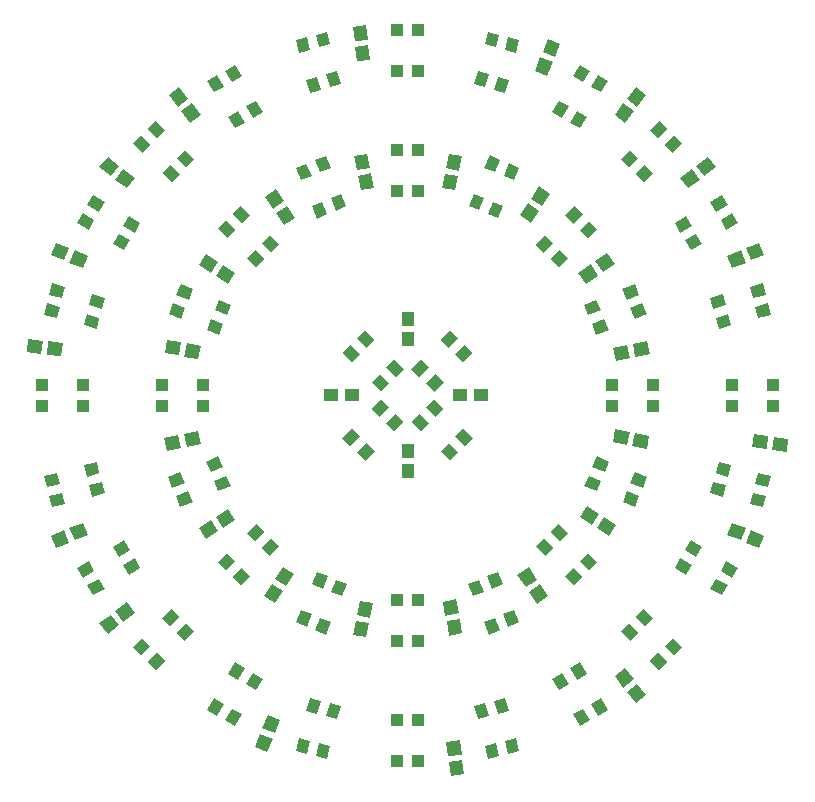
<source format=gts>
G75*
%MOIN*%
%OFA0B0*%
%FSLAX25Y25*%
%IPPOS*%
%LPD*%
%AMOC8*
5,1,8,0,0,1.08239X$1,22.5*
%
%ADD10R,0.03846X0.04437*%
%ADD11R,0.04437X0.03846*%
%ADD12R,0.04831X0.04437*%
%ADD13R,0.04437X0.04831*%
D10*
G36*
X0048539Y0043947D02*
X0045819Y0046667D01*
X0048955Y0049803D01*
X0051675Y0047083D01*
X0048539Y0043947D01*
G37*
G36*
X0043667Y0048819D02*
X0040947Y0051539D01*
X0044083Y0054675D01*
X0046803Y0051955D01*
X0043667Y0048819D01*
G37*
G36*
X0053411Y0058563D02*
X0050691Y0061283D01*
X0053827Y0064419D01*
X0056547Y0061699D01*
X0053411Y0058563D01*
G37*
G36*
X0058283Y0053691D02*
X0055563Y0056411D01*
X0058699Y0059547D01*
X0061419Y0056827D01*
X0058283Y0053691D01*
G37*
G36*
X0076018Y0040714D02*
X0072688Y0042637D01*
X0074906Y0046478D01*
X0078236Y0044555D01*
X0076018Y0040714D01*
G37*
G36*
X0081984Y0037269D02*
X0078654Y0039192D01*
X0080872Y0043033D01*
X0084202Y0041110D01*
X0081984Y0037269D01*
G37*
G36*
X0075094Y0025336D02*
X0071764Y0027259D01*
X0073982Y0031100D01*
X0077312Y0029177D01*
X0075094Y0025336D01*
G37*
G36*
X0069128Y0028781D02*
X0065798Y0030704D01*
X0068016Y0034545D01*
X0071346Y0032622D01*
X0069128Y0028781D01*
G37*
G36*
X0098908Y0016016D02*
X0095194Y0017012D01*
X0096342Y0021296D01*
X0100056Y0020300D01*
X0098908Y0016016D01*
G37*
G36*
X0105563Y0014232D02*
X0101849Y0015228D01*
X0102997Y0019512D01*
X0106711Y0018516D01*
X0105563Y0014232D01*
G37*
G36*
X0109130Y0027542D02*
X0105416Y0028538D01*
X0106564Y0032822D01*
X0110278Y0031826D01*
X0109130Y0027542D01*
G37*
G36*
X0102475Y0029326D02*
X0098761Y0030322D01*
X0099909Y0034606D01*
X0103623Y0033610D01*
X0102475Y0029326D01*
G37*
X0129055Y0027390D03*
X0135945Y0027390D03*
X0135945Y0013610D03*
X0129055Y0013610D03*
G36*
X0159584Y0028538D02*
X0155870Y0027542D01*
X0154722Y0031826D01*
X0158436Y0032822D01*
X0159584Y0028538D01*
G37*
G36*
X0166239Y0030322D02*
X0162525Y0029326D01*
X0161377Y0033610D01*
X0165091Y0034606D01*
X0166239Y0030322D01*
G37*
G36*
X0169806Y0017012D02*
X0166092Y0016016D01*
X0164944Y0020300D01*
X0168658Y0021296D01*
X0169806Y0017012D01*
G37*
G36*
X0163151Y0015228D02*
X0159437Y0014232D01*
X0158289Y0018516D01*
X0162003Y0019512D01*
X0163151Y0015228D01*
G37*
G36*
X0186346Y0039192D02*
X0183016Y0037269D01*
X0180798Y0041110D01*
X0184128Y0043033D01*
X0186346Y0039192D01*
G37*
G36*
X0192312Y0042637D02*
X0188982Y0040714D01*
X0186764Y0044555D01*
X0190094Y0046478D01*
X0192312Y0042637D01*
G37*
G36*
X0199202Y0030704D02*
X0195872Y0028781D01*
X0193654Y0032622D01*
X0196984Y0034545D01*
X0199202Y0030704D01*
G37*
G36*
X0193236Y0027259D02*
X0189906Y0025336D01*
X0187688Y0029177D01*
X0191018Y0031100D01*
X0193236Y0027259D01*
G37*
G36*
X0219181Y0046667D02*
X0216461Y0043947D01*
X0213325Y0047083D01*
X0216045Y0049803D01*
X0219181Y0046667D01*
G37*
G36*
X0224053Y0051539D02*
X0221333Y0048819D01*
X0218197Y0051955D01*
X0220917Y0054675D01*
X0224053Y0051539D01*
G37*
G36*
X0214309Y0061283D02*
X0211589Y0058563D01*
X0208453Y0061699D01*
X0211173Y0064419D01*
X0214309Y0061283D01*
G37*
G36*
X0209437Y0056411D02*
X0206717Y0053691D01*
X0203581Y0056827D01*
X0206301Y0059547D01*
X0209437Y0056411D01*
G37*
G36*
X0190864Y0074984D02*
X0188144Y0072264D01*
X0185008Y0075400D01*
X0187728Y0078120D01*
X0190864Y0074984D01*
G37*
G36*
X0195736Y0079856D02*
X0193016Y0077136D01*
X0189880Y0080272D01*
X0192600Y0082992D01*
X0195736Y0079856D01*
G37*
G36*
X0185992Y0089600D02*
X0183272Y0086880D01*
X0180136Y0090016D01*
X0182856Y0092736D01*
X0185992Y0089600D01*
G37*
G36*
X0181120Y0084728D02*
X0178400Y0082008D01*
X0175264Y0085144D01*
X0177984Y0087864D01*
X0181120Y0084728D01*
G37*
G36*
X0164371Y0072571D02*
X0160819Y0071099D01*
X0159121Y0075197D01*
X0162673Y0076669D01*
X0164371Y0072571D01*
G37*
G36*
X0158006Y0069934D02*
X0154454Y0068462D01*
X0152756Y0072560D01*
X0156308Y0074032D01*
X0158006Y0069934D01*
G37*
G36*
X0163279Y0057203D02*
X0159727Y0055731D01*
X0158029Y0059829D01*
X0161581Y0061301D01*
X0163279Y0057203D01*
G37*
G36*
X0169644Y0059840D02*
X0166092Y0058368D01*
X0164394Y0062466D01*
X0167946Y0063938D01*
X0169644Y0059840D01*
G37*
X0135945Y0053610D03*
X0129055Y0053610D03*
X0129055Y0067390D03*
X0135945Y0067390D03*
G36*
X0110546Y0068462D02*
X0106994Y0069934D01*
X0108692Y0074032D01*
X0112244Y0072560D01*
X0110546Y0068462D01*
G37*
G36*
X0104181Y0071099D02*
X0100629Y0072571D01*
X0102327Y0076669D01*
X0105879Y0075197D01*
X0104181Y0071099D01*
G37*
G36*
X0098908Y0058368D02*
X0095356Y0059840D01*
X0097054Y0063938D01*
X0100606Y0062466D01*
X0098908Y0058368D01*
G37*
G36*
X0105273Y0055731D02*
X0101721Y0057203D01*
X0103419Y0061301D01*
X0106971Y0059829D01*
X0105273Y0055731D01*
G37*
G36*
X0076856Y0072264D02*
X0074136Y0074984D01*
X0077272Y0078120D01*
X0079992Y0075400D01*
X0076856Y0072264D01*
G37*
G36*
X0071984Y0077136D02*
X0069264Y0079856D01*
X0072400Y0082992D01*
X0075120Y0080272D01*
X0071984Y0077136D01*
G37*
G36*
X0081728Y0086880D02*
X0079008Y0089600D01*
X0082144Y0092736D01*
X0084864Y0090016D01*
X0081728Y0086880D01*
G37*
G36*
X0086600Y0082008D02*
X0083880Y0084728D01*
X0087016Y0087864D01*
X0089736Y0085144D01*
X0086600Y0082008D01*
G37*
G36*
X0069471Y0103529D02*
X0067999Y0107081D01*
X0072097Y0108779D01*
X0073569Y0105227D01*
X0069471Y0103529D01*
G37*
G36*
X0066834Y0109894D02*
X0065362Y0113446D01*
X0069460Y0115144D01*
X0070932Y0111592D01*
X0066834Y0109894D01*
G37*
G36*
X0056740Y0098256D02*
X0055268Y0101808D01*
X0059366Y0103506D01*
X0060838Y0099954D01*
X0056740Y0098256D01*
G37*
G36*
X0054103Y0104621D02*
X0052631Y0108173D01*
X0056729Y0109871D01*
X0058201Y0106319D01*
X0054103Y0104621D01*
G37*
G36*
X0036192Y0081654D02*
X0034269Y0084984D01*
X0038110Y0087202D01*
X0040033Y0083872D01*
X0036192Y0081654D01*
G37*
G36*
X0039637Y0075688D02*
X0037714Y0079018D01*
X0041555Y0081236D01*
X0043478Y0077906D01*
X0039637Y0075688D01*
G37*
G36*
X0027704Y0068798D02*
X0025781Y0072128D01*
X0029622Y0074346D01*
X0031545Y0071016D01*
X0027704Y0068798D01*
G37*
G36*
X0024259Y0074764D02*
X0022336Y0078094D01*
X0026177Y0080312D01*
X0028100Y0076982D01*
X0024259Y0074764D01*
G37*
G36*
X0014012Y0098194D02*
X0013016Y0101908D01*
X0017300Y0103056D01*
X0018296Y0099342D01*
X0014012Y0098194D01*
G37*
G36*
X0012228Y0104849D02*
X0011232Y0108563D01*
X0015516Y0109711D01*
X0016512Y0105997D01*
X0012228Y0104849D01*
G37*
G36*
X0025538Y0108416D02*
X0024542Y0112130D01*
X0028826Y0113278D01*
X0029822Y0109564D01*
X0025538Y0108416D01*
G37*
G36*
X0027322Y0101761D02*
X0026326Y0105475D01*
X0030610Y0106623D01*
X0031606Y0102909D01*
X0027322Y0101761D01*
G37*
G36*
X0065562Y0157454D02*
X0067034Y0161006D01*
X0071132Y0159308D01*
X0069660Y0155756D01*
X0065562Y0157454D01*
G37*
G36*
X0068199Y0163819D02*
X0069671Y0167371D01*
X0073769Y0165673D01*
X0072297Y0162121D01*
X0068199Y0163819D01*
G37*
G36*
X0055468Y0169092D02*
X0056940Y0172644D01*
X0061038Y0170946D01*
X0059566Y0167394D01*
X0055468Y0169092D01*
G37*
G36*
X0052831Y0162727D02*
X0054303Y0166279D01*
X0058401Y0164581D01*
X0056929Y0161029D01*
X0052831Y0162727D01*
G37*
G36*
X0026326Y0165525D02*
X0027322Y0169239D01*
X0031606Y0168091D01*
X0030610Y0164377D01*
X0026326Y0165525D01*
G37*
G36*
X0024542Y0158870D02*
X0025538Y0162584D01*
X0029822Y0161436D01*
X0028826Y0157722D01*
X0024542Y0158870D01*
G37*
G36*
X0011232Y0162437D02*
X0012228Y0166151D01*
X0016512Y0165003D01*
X0015516Y0161289D01*
X0011232Y0162437D01*
G37*
G36*
X0013016Y0169092D02*
X0014012Y0172806D01*
X0018296Y0171658D01*
X0017300Y0167944D01*
X0013016Y0169092D01*
G37*
G36*
X0022336Y0192906D02*
X0024259Y0196236D01*
X0028100Y0194018D01*
X0026177Y0190688D01*
X0022336Y0192906D01*
G37*
G36*
X0025781Y0198872D02*
X0027704Y0202202D01*
X0031545Y0199984D01*
X0029622Y0196654D01*
X0025781Y0198872D01*
G37*
G36*
X0034269Y0186016D02*
X0036192Y0189346D01*
X0040033Y0187128D01*
X0038110Y0183798D01*
X0034269Y0186016D01*
G37*
G36*
X0037714Y0191982D02*
X0039637Y0195312D01*
X0043478Y0193094D01*
X0041555Y0189764D01*
X0037714Y0191982D01*
G37*
G36*
X0050691Y0209717D02*
X0053411Y0212437D01*
X0056547Y0209301D01*
X0053827Y0206581D01*
X0050691Y0209717D01*
G37*
G36*
X0055563Y0214589D02*
X0058283Y0217309D01*
X0061419Y0214173D01*
X0058699Y0211453D01*
X0055563Y0214589D01*
G37*
G36*
X0045819Y0224333D02*
X0048539Y0227053D01*
X0051675Y0223917D01*
X0048955Y0221197D01*
X0045819Y0224333D01*
G37*
G36*
X0040947Y0219461D02*
X0043667Y0222181D01*
X0046803Y0219045D01*
X0044083Y0216325D01*
X0040947Y0219461D01*
G37*
G36*
X0065798Y0240296D02*
X0069128Y0242219D01*
X0071346Y0238378D01*
X0068016Y0236455D01*
X0065798Y0240296D01*
G37*
G36*
X0071764Y0243741D02*
X0075094Y0245664D01*
X0077312Y0241823D01*
X0073982Y0239900D01*
X0071764Y0243741D01*
G37*
G36*
X0078654Y0231808D02*
X0081984Y0233731D01*
X0084202Y0229890D01*
X0080872Y0227967D01*
X0078654Y0231808D01*
G37*
G36*
X0072688Y0228363D02*
X0076018Y0230286D01*
X0078236Y0226445D01*
X0074906Y0224522D01*
X0072688Y0228363D01*
G37*
G36*
X0095256Y0211260D02*
X0098808Y0212732D01*
X0100506Y0208634D01*
X0096954Y0207162D01*
X0095256Y0211260D01*
G37*
G36*
X0101621Y0213897D02*
X0105173Y0215369D01*
X0106871Y0211271D01*
X0103319Y0209799D01*
X0101621Y0213897D01*
G37*
G36*
X0106894Y0201166D02*
X0110446Y0202638D01*
X0112144Y0198540D01*
X0108592Y0197068D01*
X0106894Y0201166D01*
G37*
G36*
X0100529Y0198529D02*
X0104081Y0200001D01*
X0105779Y0195903D01*
X0102227Y0194431D01*
X0100529Y0198529D01*
G37*
G36*
X0083880Y0186272D02*
X0086600Y0188992D01*
X0089736Y0185856D01*
X0087016Y0183136D01*
X0083880Y0186272D01*
G37*
G36*
X0079008Y0181400D02*
X0081728Y0184120D01*
X0084864Y0180984D01*
X0082144Y0178264D01*
X0079008Y0181400D01*
G37*
G36*
X0069264Y0191144D02*
X0071984Y0193864D01*
X0075120Y0190728D01*
X0072400Y0188008D01*
X0069264Y0191144D01*
G37*
G36*
X0074136Y0196016D02*
X0076856Y0198736D01*
X0079992Y0195600D01*
X0077272Y0192880D01*
X0074136Y0196016D01*
G37*
G36*
X0098761Y0240678D02*
X0102475Y0241674D01*
X0103623Y0237390D01*
X0099909Y0236394D01*
X0098761Y0240678D01*
G37*
G36*
X0105416Y0242462D02*
X0109130Y0243458D01*
X0110278Y0239174D01*
X0106564Y0238178D01*
X0105416Y0242462D01*
G37*
G36*
X0095194Y0253988D02*
X0098908Y0254984D01*
X0100056Y0250700D01*
X0096342Y0249704D01*
X0095194Y0253988D01*
G37*
G36*
X0101849Y0255772D02*
X0105563Y0256768D01*
X0106711Y0252484D01*
X0102997Y0251488D01*
X0101849Y0255772D01*
G37*
X0129055Y0257390D03*
X0135945Y0257390D03*
X0135945Y0243610D03*
X0129055Y0243610D03*
X0129055Y0217390D03*
X0135945Y0217390D03*
X0135945Y0203610D03*
X0129055Y0203610D03*
G36*
X0154554Y0202738D02*
X0158106Y0201266D01*
X0156408Y0197168D01*
X0152856Y0198640D01*
X0154554Y0202738D01*
G37*
G36*
X0160919Y0200101D02*
X0164471Y0198629D01*
X0162773Y0194531D01*
X0159221Y0196003D01*
X0160919Y0200101D01*
G37*
G36*
X0166192Y0212832D02*
X0169744Y0211360D01*
X0168046Y0207262D01*
X0164494Y0208734D01*
X0166192Y0212832D01*
G37*
G36*
X0159827Y0215469D02*
X0163379Y0213997D01*
X0161681Y0209899D01*
X0158129Y0211371D01*
X0159827Y0215469D01*
G37*
G36*
X0162525Y0241674D02*
X0166239Y0240678D01*
X0165091Y0236394D01*
X0161377Y0237390D01*
X0162525Y0241674D01*
G37*
G36*
X0155870Y0243458D02*
X0159584Y0242462D01*
X0158436Y0238178D01*
X0154722Y0239174D01*
X0155870Y0243458D01*
G37*
G36*
X0159437Y0256768D02*
X0163151Y0255772D01*
X0162003Y0251488D01*
X0158289Y0252484D01*
X0159437Y0256768D01*
G37*
G36*
X0166092Y0254984D02*
X0169806Y0253988D01*
X0168658Y0249704D01*
X0164944Y0250700D01*
X0166092Y0254984D01*
G37*
G36*
X0189906Y0245664D02*
X0193236Y0243741D01*
X0191018Y0239900D01*
X0187688Y0241823D01*
X0189906Y0245664D01*
G37*
G36*
X0195872Y0242219D02*
X0199202Y0240296D01*
X0196984Y0236455D01*
X0193654Y0238378D01*
X0195872Y0242219D01*
G37*
G36*
X0183016Y0233731D02*
X0186346Y0231808D01*
X0184128Y0227967D01*
X0180798Y0229890D01*
X0183016Y0233731D01*
G37*
G36*
X0188982Y0230286D02*
X0192312Y0228363D01*
X0190094Y0224522D01*
X0186764Y0226445D01*
X0188982Y0230286D01*
G37*
G36*
X0206717Y0217309D02*
X0209437Y0214589D01*
X0206301Y0211453D01*
X0203581Y0214173D01*
X0206717Y0217309D01*
G37*
G36*
X0211589Y0212437D02*
X0214309Y0209717D01*
X0211173Y0206581D01*
X0208453Y0209301D01*
X0211589Y0212437D01*
G37*
G36*
X0221333Y0222181D02*
X0224053Y0219461D01*
X0220917Y0216325D01*
X0218197Y0219045D01*
X0221333Y0222181D01*
G37*
G36*
X0216461Y0227053D02*
X0219181Y0224333D01*
X0216045Y0221197D01*
X0213325Y0223917D01*
X0216461Y0227053D01*
G37*
G36*
X0237296Y0202202D02*
X0239219Y0198872D01*
X0235378Y0196654D01*
X0233455Y0199984D01*
X0237296Y0202202D01*
G37*
G36*
X0240741Y0196236D02*
X0242664Y0192906D01*
X0238823Y0190688D01*
X0236900Y0194018D01*
X0240741Y0196236D01*
G37*
G36*
X0228808Y0189346D02*
X0230731Y0186016D01*
X0226890Y0183798D01*
X0224967Y0187128D01*
X0228808Y0189346D01*
G37*
G36*
X0225363Y0195312D02*
X0227286Y0191982D01*
X0223445Y0189764D01*
X0221522Y0193094D01*
X0225363Y0195312D01*
G37*
G36*
X0208160Y0172644D02*
X0209632Y0169092D01*
X0205534Y0167394D01*
X0204062Y0170946D01*
X0208160Y0172644D01*
G37*
G36*
X0210797Y0166279D02*
X0212269Y0162727D01*
X0208171Y0161029D01*
X0206699Y0164581D01*
X0210797Y0166279D01*
G37*
G36*
X0198066Y0161006D02*
X0199538Y0157454D01*
X0195440Y0155756D01*
X0193968Y0159308D01*
X0198066Y0161006D01*
G37*
G36*
X0195429Y0167371D02*
X0196901Y0163819D01*
X0192803Y0162121D01*
X0191331Y0165673D01*
X0195429Y0167371D01*
G37*
G36*
X0183272Y0184020D02*
X0185992Y0181300D01*
X0182856Y0178164D01*
X0180136Y0180884D01*
X0183272Y0184020D01*
G37*
G36*
X0178400Y0188892D02*
X0181120Y0186172D01*
X0177984Y0183036D01*
X0175264Y0185756D01*
X0178400Y0188892D01*
G37*
G36*
X0188144Y0198636D02*
X0190864Y0195916D01*
X0187728Y0192780D01*
X0185008Y0195500D01*
X0188144Y0198636D01*
G37*
G36*
X0193016Y0193764D02*
X0195736Y0191044D01*
X0192600Y0187908D01*
X0189880Y0190628D01*
X0193016Y0193764D01*
G37*
G36*
X0237678Y0169239D02*
X0238674Y0165525D01*
X0234390Y0164377D01*
X0233394Y0168091D01*
X0237678Y0169239D01*
G37*
G36*
X0239462Y0162584D02*
X0240458Y0158870D01*
X0236174Y0157722D01*
X0235178Y0161436D01*
X0239462Y0162584D01*
G37*
G36*
X0250988Y0172806D02*
X0251984Y0169092D01*
X0247700Y0167944D01*
X0246704Y0171658D01*
X0250988Y0172806D01*
G37*
G36*
X0252772Y0166151D02*
X0253768Y0162437D01*
X0249484Y0161289D01*
X0248488Y0165003D01*
X0252772Y0166151D01*
G37*
G36*
X0240458Y0112130D02*
X0239462Y0108416D01*
X0235178Y0109564D01*
X0236174Y0113278D01*
X0240458Y0112130D01*
G37*
G36*
X0238674Y0105475D02*
X0237678Y0101761D01*
X0233394Y0102909D01*
X0234390Y0106623D01*
X0238674Y0105475D01*
G37*
G36*
X0251984Y0101908D02*
X0250988Y0098194D01*
X0246704Y0099342D01*
X0247700Y0103056D01*
X0251984Y0101908D01*
G37*
G36*
X0253768Y0108563D02*
X0252772Y0104849D01*
X0248488Y0105997D01*
X0249484Y0109711D01*
X0253768Y0108563D01*
G37*
G36*
X0230731Y0084984D02*
X0228808Y0081654D01*
X0224967Y0083872D01*
X0226890Y0087202D01*
X0230731Y0084984D01*
G37*
G36*
X0227286Y0079018D02*
X0225363Y0075688D01*
X0221522Y0077906D01*
X0223445Y0081236D01*
X0227286Y0079018D01*
G37*
G36*
X0239219Y0072128D02*
X0237296Y0068798D01*
X0233455Y0071016D01*
X0235378Y0074346D01*
X0239219Y0072128D01*
G37*
G36*
X0242664Y0078094D02*
X0240741Y0074764D01*
X0236900Y0076982D01*
X0238823Y0080312D01*
X0242664Y0078094D01*
G37*
G36*
X0212369Y0108173D02*
X0210897Y0104621D01*
X0206799Y0106319D01*
X0208271Y0109871D01*
X0212369Y0108173D01*
G37*
G36*
X0209732Y0101808D02*
X0208260Y0098256D01*
X0204162Y0099954D01*
X0205634Y0103506D01*
X0209732Y0101808D01*
G37*
G36*
X0199638Y0113446D02*
X0198166Y0109894D01*
X0194068Y0111592D01*
X0195540Y0115144D01*
X0199638Y0113446D01*
G37*
G36*
X0197001Y0107081D02*
X0195529Y0103529D01*
X0191431Y0105227D01*
X0192903Y0108779D01*
X0197001Y0107081D01*
G37*
G36*
X0154236Y0121356D02*
X0151516Y0118636D01*
X0148380Y0121772D01*
X0151100Y0124492D01*
X0154236Y0121356D01*
G37*
G36*
X0149364Y0116484D02*
X0146644Y0113764D01*
X0143508Y0116900D01*
X0146228Y0119620D01*
X0149364Y0116484D01*
G37*
G36*
X0139620Y0126228D02*
X0136900Y0123508D01*
X0133764Y0126644D01*
X0136484Y0129364D01*
X0139620Y0126228D01*
G37*
G36*
X0144492Y0131100D02*
X0141772Y0128380D01*
X0138636Y0131516D01*
X0141356Y0134236D01*
X0144492Y0131100D01*
G37*
G36*
X0141772Y0142620D02*
X0144492Y0139900D01*
X0141356Y0136764D01*
X0138636Y0139484D01*
X0141772Y0142620D01*
G37*
G36*
X0136900Y0147492D02*
X0139620Y0144772D01*
X0136484Y0141636D01*
X0133764Y0144356D01*
X0136900Y0147492D01*
G37*
G36*
X0125380Y0144772D02*
X0128100Y0147492D01*
X0131236Y0144356D01*
X0128516Y0141636D01*
X0125380Y0144772D01*
G37*
G36*
X0120508Y0139900D02*
X0123228Y0142620D01*
X0126364Y0139484D01*
X0123644Y0136764D01*
X0120508Y0139900D01*
G37*
G36*
X0110764Y0149644D02*
X0113484Y0152364D01*
X0116620Y0149228D01*
X0113900Y0146508D01*
X0110764Y0149644D01*
G37*
G36*
X0115636Y0154516D02*
X0118356Y0157236D01*
X0121492Y0154100D01*
X0118772Y0151380D01*
X0115636Y0154516D01*
G37*
G36*
X0123228Y0128380D02*
X0120508Y0131100D01*
X0123644Y0134236D01*
X0126364Y0131516D01*
X0123228Y0128380D01*
G37*
G36*
X0128100Y0123508D02*
X0125380Y0126228D01*
X0128516Y0129364D01*
X0131236Y0126644D01*
X0128100Y0123508D01*
G37*
G36*
X0118356Y0113764D02*
X0115636Y0116484D01*
X0118772Y0119620D01*
X0121492Y0116900D01*
X0118356Y0113764D01*
G37*
G36*
X0113484Y0118636D02*
X0110764Y0121356D01*
X0113900Y0124492D01*
X0116620Y0121772D01*
X0113484Y0118636D01*
G37*
G36*
X0146644Y0157236D02*
X0149364Y0154516D01*
X0146228Y0151380D01*
X0143508Y0154100D01*
X0146644Y0157236D01*
G37*
G36*
X0151516Y0152364D02*
X0154236Y0149644D01*
X0151100Y0146508D01*
X0148380Y0149228D01*
X0151516Y0152364D01*
G37*
D11*
X0200610Y0138945D03*
X0200610Y0132055D03*
X0214390Y0132055D03*
X0214390Y0138945D03*
X0240610Y0138945D03*
X0240610Y0132055D03*
X0254390Y0132055D03*
X0254390Y0138945D03*
X0064390Y0138945D03*
X0064390Y0132055D03*
X0050610Y0132055D03*
X0050610Y0138945D03*
X0024390Y0138945D03*
X0024390Y0132055D03*
X0010610Y0132055D03*
X0010610Y0138945D03*
D12*
G36*
X0012758Y0153501D02*
X0017545Y0152870D01*
X0016966Y0148473D01*
X0012179Y0149104D01*
X0012758Y0153501D01*
G37*
G36*
X0006122Y0154375D02*
X0010909Y0153744D01*
X0010330Y0149347D01*
X0005543Y0149978D01*
X0006122Y0154375D01*
G37*
G36*
X0021497Y0183879D02*
X0025958Y0182030D01*
X0024261Y0177933D01*
X0019800Y0179782D01*
X0021497Y0183879D01*
G37*
G36*
X0015313Y0186441D02*
X0019774Y0184592D01*
X0018077Y0180495D01*
X0013616Y0182344D01*
X0015313Y0186441D01*
G37*
G36*
X0032491Y0215035D02*
X0036322Y0212095D01*
X0033621Y0208577D01*
X0029790Y0211517D01*
X0032491Y0215035D01*
G37*
G36*
X0037801Y0210961D02*
X0041632Y0208021D01*
X0038931Y0204503D01*
X0035100Y0207443D01*
X0037801Y0210961D01*
G37*
G36*
X0060557Y0232900D02*
X0063497Y0229069D01*
X0059979Y0226368D01*
X0057039Y0230199D01*
X0060557Y0232900D01*
G37*
G36*
X0056483Y0238210D02*
X0059423Y0234379D01*
X0055905Y0231678D01*
X0052965Y0235509D01*
X0056483Y0238210D01*
G37*
G36*
X0088737Y0204221D02*
X0091424Y0200209D01*
X0087739Y0197741D01*
X0085052Y0201753D01*
X0088737Y0204221D01*
G37*
G36*
X0092461Y0198659D02*
X0095148Y0194647D01*
X0091463Y0192179D01*
X0088776Y0196191D01*
X0092461Y0198659D01*
G37*
G36*
X0071006Y0179028D02*
X0075023Y0176348D01*
X0072562Y0172658D01*
X0068545Y0175338D01*
X0071006Y0179028D01*
G37*
G36*
X0065438Y0182742D02*
X0069455Y0180062D01*
X0066994Y0176372D01*
X0062977Y0179052D01*
X0065438Y0182742D01*
G37*
G36*
X0052379Y0154094D02*
X0057116Y0153156D01*
X0056255Y0148806D01*
X0051518Y0149744D01*
X0052379Y0154094D01*
G37*
G36*
X0058945Y0152794D02*
X0063682Y0151856D01*
X0062821Y0147506D01*
X0058084Y0148444D01*
X0058945Y0152794D01*
G37*
G36*
X0057980Y0122557D02*
X0062715Y0123504D01*
X0063584Y0119155D01*
X0058849Y0118208D01*
X0057980Y0122557D01*
G37*
G36*
X0051416Y0121245D02*
X0056151Y0122192D01*
X0057020Y0117843D01*
X0052285Y0116896D01*
X0051416Y0121245D01*
G37*
G36*
X0068541Y0095061D02*
X0072553Y0097748D01*
X0075021Y0094063D01*
X0071009Y0091376D01*
X0068541Y0095061D01*
G37*
G36*
X0062979Y0091337D02*
X0066991Y0094024D01*
X0069459Y0090339D01*
X0065447Y0087652D01*
X0062979Y0091337D01*
G37*
G36*
X0084658Y0068738D02*
X0087338Y0072755D01*
X0091028Y0070294D01*
X0088348Y0066277D01*
X0084658Y0068738D01*
G37*
G36*
X0088372Y0074306D02*
X0091052Y0078323D01*
X0094742Y0075862D01*
X0092062Y0071845D01*
X0088372Y0074306D01*
G37*
G36*
X0115606Y0062245D02*
X0116544Y0066982D01*
X0120894Y0066121D01*
X0119956Y0061384D01*
X0115606Y0062245D01*
G37*
G36*
X0114306Y0055679D02*
X0115244Y0060416D01*
X0119594Y0059555D01*
X0118656Y0054818D01*
X0114306Y0055679D01*
G37*
G36*
X0084121Y0024497D02*
X0085970Y0028958D01*
X0090067Y0027261D01*
X0088218Y0022800D01*
X0084121Y0024497D01*
G37*
G36*
X0081559Y0018313D02*
X0083408Y0022774D01*
X0087505Y0021077D01*
X0085656Y0016616D01*
X0081559Y0018313D01*
G37*
G36*
X0035100Y0063557D02*
X0038931Y0066497D01*
X0041632Y0062979D01*
X0037801Y0060039D01*
X0035100Y0063557D01*
G37*
G36*
X0029790Y0059483D02*
X0033621Y0062423D01*
X0036322Y0058905D01*
X0032491Y0055965D01*
X0029790Y0059483D01*
G37*
G36*
X0013616Y0088656D02*
X0018077Y0090505D01*
X0019774Y0086408D01*
X0015313Y0084559D01*
X0013616Y0088656D01*
G37*
G36*
X0019800Y0091218D02*
X0024261Y0093067D01*
X0025958Y0088970D01*
X0021497Y0087121D01*
X0019800Y0091218D01*
G37*
X0107154Y0135500D03*
X0113846Y0135500D03*
X0150154Y0135500D03*
X0156846Y0135500D03*
G36*
X0195959Y0175439D02*
X0191947Y0172752D01*
X0189479Y0176437D01*
X0193491Y0179124D01*
X0195959Y0175439D01*
G37*
G36*
X0201521Y0179163D02*
X0197509Y0176476D01*
X0195041Y0180161D01*
X0199053Y0182848D01*
X0201521Y0179163D01*
G37*
G36*
X0179942Y0202662D02*
X0177262Y0198645D01*
X0173572Y0201106D01*
X0176252Y0205123D01*
X0179942Y0202662D01*
G37*
G36*
X0176228Y0197094D02*
X0173548Y0193077D01*
X0169858Y0195538D01*
X0172538Y0199555D01*
X0176228Y0197094D01*
G37*
G36*
X0150594Y0215121D02*
X0149656Y0210384D01*
X0145306Y0211245D01*
X0146244Y0215982D01*
X0150594Y0215121D01*
G37*
G36*
X0149294Y0208555D02*
X0148356Y0203818D01*
X0144006Y0204679D01*
X0144944Y0209416D01*
X0149294Y0208555D01*
G37*
G36*
X0120357Y0209520D02*
X0121304Y0204785D01*
X0116955Y0203916D01*
X0116008Y0208651D01*
X0120357Y0209520D01*
G37*
G36*
X0119045Y0216084D02*
X0119992Y0211349D01*
X0115643Y0210480D01*
X0114696Y0215215D01*
X0119045Y0216084D01*
G37*
G36*
X0115699Y0246822D02*
X0115068Y0251609D01*
X0119465Y0252188D01*
X0120096Y0247401D01*
X0115699Y0246822D01*
G37*
G36*
X0114826Y0253458D02*
X0114195Y0258245D01*
X0118592Y0258824D01*
X0119223Y0254037D01*
X0114826Y0253458D01*
G37*
G36*
X0180879Y0246503D02*
X0179030Y0242042D01*
X0174933Y0243739D01*
X0176782Y0248200D01*
X0180879Y0246503D01*
G37*
G36*
X0183441Y0252687D02*
X0181592Y0248226D01*
X0177495Y0249923D01*
X0179344Y0254384D01*
X0183441Y0252687D01*
G37*
G36*
X0207961Y0230199D02*
X0205021Y0226368D01*
X0201503Y0229069D01*
X0204443Y0232900D01*
X0207961Y0230199D01*
G37*
G36*
X0212035Y0235509D02*
X0209095Y0231678D01*
X0205577Y0234379D01*
X0208517Y0238210D01*
X0212035Y0235509D01*
G37*
G36*
X0235210Y0211517D02*
X0231379Y0208577D01*
X0228678Y0212095D01*
X0232509Y0215035D01*
X0235210Y0211517D01*
G37*
G36*
X0229900Y0207443D02*
X0226069Y0204503D01*
X0223368Y0208021D01*
X0227199Y0210961D01*
X0229900Y0207443D01*
G37*
G36*
X0251384Y0182344D02*
X0246923Y0180495D01*
X0245226Y0184592D01*
X0249687Y0186441D01*
X0251384Y0182344D01*
G37*
G36*
X0245200Y0179782D02*
X0240739Y0177933D01*
X0239042Y0182030D01*
X0243503Y0183879D01*
X0245200Y0179782D01*
G37*
G36*
X0213184Y0149255D02*
X0208449Y0148308D01*
X0207580Y0152657D01*
X0212315Y0153604D01*
X0213184Y0149255D01*
G37*
G36*
X0206620Y0147943D02*
X0201885Y0146996D01*
X0201016Y0151345D01*
X0205751Y0152292D01*
X0206620Y0147943D01*
G37*
G36*
X0205655Y0118906D02*
X0200918Y0119844D01*
X0201779Y0124194D01*
X0206516Y0123256D01*
X0205655Y0118906D01*
G37*
G36*
X0212221Y0117606D02*
X0207484Y0118544D01*
X0208345Y0122894D01*
X0213082Y0121956D01*
X0212221Y0117606D01*
G37*
G36*
X0193994Y0092272D02*
X0189977Y0094952D01*
X0192438Y0098642D01*
X0196455Y0095962D01*
X0193994Y0092272D01*
G37*
G36*
X0199562Y0088558D02*
X0195545Y0091238D01*
X0198006Y0094928D01*
X0202023Y0092248D01*
X0199562Y0088558D01*
G37*
G36*
X0175563Y0066079D02*
X0172876Y0070091D01*
X0176561Y0072559D01*
X0179248Y0068547D01*
X0175563Y0066079D01*
G37*
G36*
X0171839Y0071641D02*
X0169152Y0075653D01*
X0172837Y0078121D01*
X0175524Y0074109D01*
X0171839Y0071641D01*
G37*
G36*
X0146455Y0055416D02*
X0145508Y0060151D01*
X0149857Y0061020D01*
X0150804Y0056285D01*
X0146455Y0055416D01*
G37*
G36*
X0145143Y0061980D02*
X0144196Y0066715D01*
X0148545Y0067584D01*
X0149492Y0062849D01*
X0145143Y0061980D01*
G37*
G36*
X0146104Y0015179D02*
X0145473Y0019966D01*
X0149870Y0020545D01*
X0150501Y0015758D01*
X0146104Y0015179D01*
G37*
G36*
X0146978Y0008543D02*
X0146347Y0013330D01*
X0150744Y0013909D01*
X0151375Y0009122D01*
X0146978Y0008543D01*
G37*
G36*
X0204443Y0038100D02*
X0201503Y0041931D01*
X0205021Y0044632D01*
X0207961Y0040801D01*
X0204443Y0038100D01*
G37*
G36*
X0208517Y0032790D02*
X0205577Y0036621D01*
X0209095Y0039322D01*
X0212035Y0035491D01*
X0208517Y0032790D01*
G37*
G36*
X0249687Y0084559D02*
X0245226Y0086408D01*
X0246923Y0090505D01*
X0251384Y0088656D01*
X0249687Y0084559D01*
G37*
G36*
X0243503Y0087121D02*
X0239042Y0088970D01*
X0240739Y0093067D01*
X0245200Y0091218D01*
X0243503Y0087121D01*
G37*
G36*
X0252242Y0117499D02*
X0247455Y0118130D01*
X0248034Y0122527D01*
X0252821Y0121896D01*
X0252242Y0117499D01*
G37*
G36*
X0258878Y0116625D02*
X0254091Y0117256D01*
X0254670Y0121653D01*
X0259457Y0121022D01*
X0258878Y0116625D01*
G37*
D13*
X0132500Y0116846D03*
X0132500Y0110154D03*
X0132500Y0154154D03*
X0132500Y0160846D03*
M02*

</source>
